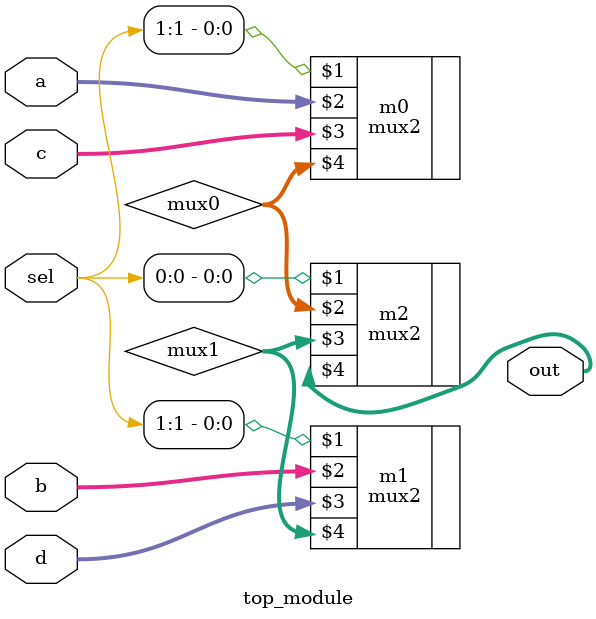
<source format=v>
module top_module (
    input [1:0] sel,
    input [7:0] a,
    input [7:0] b,
    input [7:0] c,
    input [7:0] d,
    output [7:0] out  ); //

    wire [7:0] mux0, mux1;
    mux2 m0 (sel[1],    a,    c, mux0);
    mux2 m1 (sel[1],    b,    d, mux1);
    mux2 m2 (sel[0], mux0, mux1,  out);

endmodule
</source>
